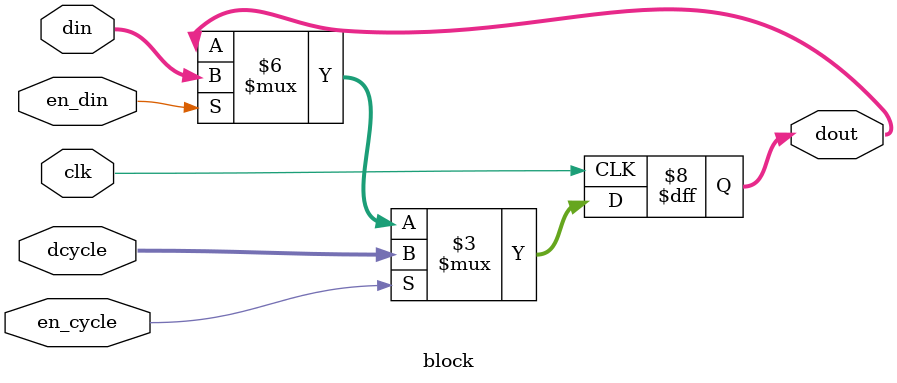
<source format=v>
module block(dout,clk,en_din,en_cycle,din,dcycle);
  input [7:0]din,dcycle;
  input clk,en_din,en_cycle;
  output reg [7:0]dout;
  
  always@(posedge clk)begin
    if(en_din)
      dout=din;
    if(en_cycle)
      dout=dcycle;
  end
endmodule

</source>
